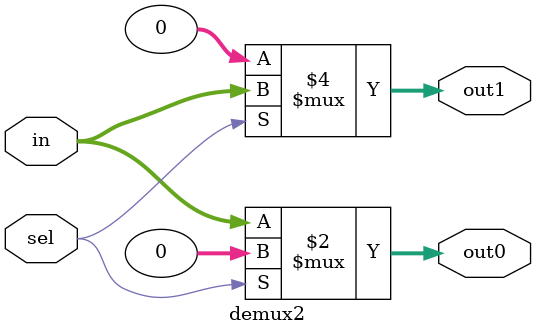
<source format=v>
module demux2 #(
    parameter width = 32
) (
    input [width-1:0] in,
    input sel,
    output  [width-1:0] out0,
    output  [width-1:0] out1
);
assign out0 = (sel==1'b0) ? in : {width{1'b0}};
assign out1 = (sel==1'b1) ? in : {width{1'b0}};
endmodule
</source>
